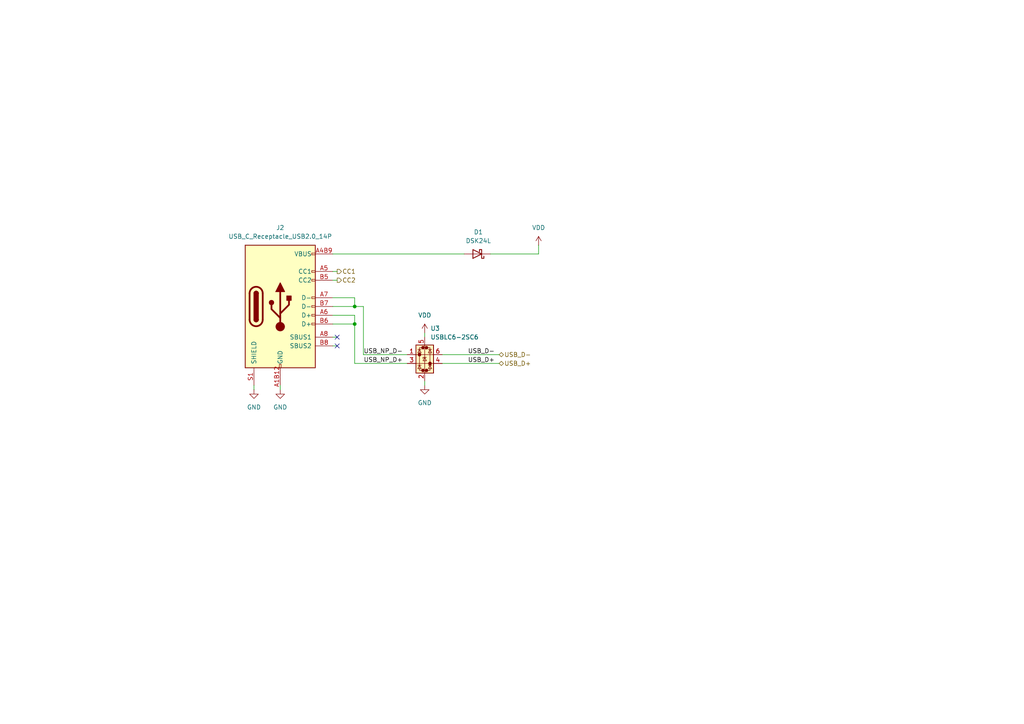
<source format=kicad_sch>
(kicad_sch (version 20250114) (generator "eeschema") (generator_version "9.0")
  (paper "A4")
  (lib_symbols
    (symbol "Connector:USB_C_Receptacle_USB2.0_14P" (pin_names (offset 1.016))
      (property "Reference" "J2" (at 0 22.86 0))
      (property "Value" "USB_C_Receptacle_USB2.0_14P" (at 0 20.32 0))
      (symbol "USB_C_Receptacle_USB2.0_14P_0_0"
        (rectangle (start -0.254 -16.764) (end 0.254 -17.78))
        (rectangle (start 9.144 -4.826) (end 10.16 -5.334))
        (rectangle (start 10.16 15.494) (end 9.144 14.986))
        (rectangle (start 10.16 10.414) (end 9.144 9.906))
        (rectangle (start 10.16 7.874) (end 9.144 7.366))
        (rectangle (start 10.16 2.794) (end 9.144 2.286))
        (rectangle (start 10.16 0.254) (end 9.144 -0.254))
        (rectangle (start 10.16 -2.286) (end 9.144 -2.794))
      )
      (symbol "USB_C_Receptacle_USB2.0_14P_0_1"
        (rectangle (start -10.16 17.78) (end 10.16 -17.78) (stroke (width 0.254)) (fill (type background)))
        (polyline (pts (xy -8.89 -3.81) (xy -8.89 3.81)) (stroke (width 0.508)))
        (rectangle (start -7.62 -3.81) (end -6.35 3.81) (stroke (width 0.254)) (fill (type outline)))
        (arc (start -7.62 3.81) (mid -6.985 4.4423) (end -6.35 3.81) (stroke (width 0.254)))
        (arc (start -7.62 3.81) (mid -6.985 4.4423) (end -6.35 3.81) (stroke (width 0.254)) (fill (type outline)))
        (arc (start -8.89 3.81) (mid -6.985 5.7067) (end -5.08 3.81) (stroke (width 0.508)))
        (arc (start -5.08 -3.81) (mid -6.985 -5.7067) (end -8.89 -3.81) (stroke (width 0.508)))
        (arc (start -6.35 -3.81) (mid -6.985 -4.4423) (end -7.62 -3.81) (stroke (width 0.254)))
        (arc (start -6.35 -3.81) (mid -6.985 -4.4423) (end -7.62 -3.81) (stroke (width 0.254)) (fill (type outline)))
        (polyline (pts (xy -5.08 3.81) (xy -5.08 -3.81)) (stroke (width 0.508)))
        (circle (center -2.54 1.143) (radius 0.635) (stroke (width 0.254)) (fill (type outline)))
        (polyline (pts (xy -1.27 4.318) (xy 0 6.858) (xy 1.27 4.318) (xy -1.27 4.318)) (stroke (width 0.254)) (fill (type outline)))
        (polyline (pts (xy 0 -2.032) (xy 2.54 0.508) (xy 2.54 1.778)) (stroke (width 0.508)))
        (polyline (pts (xy 0 -3.302) (xy -2.54 -0.762) (xy -2.54 0.508)) (stroke (width 0.508)))
        (polyline (pts (xy 0 -5.842) (xy 0 4.318)) (stroke (width 0.508)))
        (circle (center 0 -5.842) (radius 1.27) (fill (type outline)))
        (rectangle (start 1.905 1.778) (end 3.175 3.048) (stroke (width 0.254)) (fill (type outline)))
      )
      (symbol "USB_C_Receptacle_USB2.0_14P_1_1"
        (pin passive line (at -7.62 -22.86 90) (length 5.08) (name "SHIELD") (number "S1"))
        (pin passive line (at 0 -22.86 90) (length 5.08) (name "GND") (number "A1B12"))
        (pin passive line (at 0 -22.86 90) (length 5.08) (hide yes) (name "GND") (number "B1A12"))
        (pin passive line (at 15.24 15.24 180) (length 5.08) (name "VBUS") (number "A4B9"))
        (pin passive line (at 15.24 15.24 180) (length 5.08) (hide yes) (name "VBUS") (number "B4A9"))
        (pin bidirectional line (at 15.24 10.16 180) (length 5.08) (name "CC1") (number "A5"))
        (pin bidirectional line (at 15.24 7.62 180) (length 5.08) (name "CC2") (number "B5"))
        (pin bidirectional line (at 15.24 2.54 180) (length 5.08) (name "D-") (number "A7"))
        (pin bidirectional line (at 15.24 0 180) (length 5.08) (name "D-") (number "B7"))
        (pin bidirectional line (at 15.24 -2.54 180) (length 5.08) (name "D+") (number "A6"))
        (pin bidirectional line (at 15.24 -5.08 180) (length 5.08) (name "D+") (number "B6"))
        (pin passive line (at 15.24 -8.89 180) (length 5.08) (name "SBUS1") (number "A8"))
        (pin passive line (at 15.24 -11.43 180) (length 5.08) (name "SBUS2") (number "B8"))
      )
    )
    (symbol "Device:D_Schottky" (pin_numbers (hide yes)) (pin_names (offset 1.016) (hide yes))
      (property "Reference" "D" (at 0 2.54 0))
      (property "Value" "D_Schottky" (at 0 -2.54 0))
      (symbol "D_Schottky_0_1"
        (polyline (pts (xy -1.905 0.635) (xy -1.905 1.27) (xy -1.27 1.27) (xy -1.27 -1.27) (xy -0.635 -1.27) (xy -0.635 -0.635)) (stroke (width 0.254)))
        (polyline (pts (xy 1.27 1.27) (xy 1.27 -1.27) (xy -1.27 0) (xy 1.27 1.27)) (stroke (width 0.254)))
        (polyline (pts (xy 1.27 0) (xy -1.27 0)))
      )
      (symbol "D_Schottky_1_1"
        (pin passive line (at -3.81 0 0) (length 2.54) (name "K") (number "1"))
        (pin passive line (at 3.81 0 180) (length 2.54) (name "A") (number "2"))
      )
    )
    (symbol "Power_Protection:USBLC6-2SC6" (pin_names (hide yes))
      (property "Reference" "U" (at 0.635 5.715 0))
      (property "Value" "USBLC6-2SC6" (at 0.635 3.81 0))
      (symbol "USBLC6-2SC6_0_0"
        (circle (center -1.524 0) (radius 0.0001) (stroke (width 0.508)))
        (circle (center -0.508 2.032) (radius 0.0001) (stroke (width 0.508)))
        (circle (center -0.508 -4.572) (radius 0.0001) (stroke (width 0.508)))
        (circle (center 0.508 2.032) (radius 0.0001) (stroke (width 0.508)))
        (circle (center 0.508 -4.572) (radius 0.0001) (stroke (width 0.508)))
        (circle (center 1.524 -2.54) (radius 0.0001) (stroke (width 0.508)))
      )
      (symbol "USBLC6-2SC6_0_1"
        (polyline (pts (xy -2.54 0) (xy 2.54 0)))
        (polyline (pts (xy -2.54 -2.54) (xy 2.54 -2.54)))
        (polyline (pts (xy -2.032 0.508) (xy -1.016 0.508) (xy -1.524 1.524) (xy -2.032 0.508)))
        (polyline (pts (xy -2.032 -3.048) (xy -1.016 -3.048)))
        (polyline (pts (xy -1.016 1.524) (xy -2.032 1.524)))
        (polyline (pts (xy -1.016 -4.064) (xy -2.032 -4.064) (xy -1.524 -3.048) (xy -1.016 -4.064)))
        (polyline (pts (xy -0.508 -1.143) (xy -0.508 -0.762) (xy 0.508 -0.762)))
        (polyline (pts (xy 0 2.54) (xy -0.508 2.032) (xy 0.508 2.032) (xy 0 1.524) (xy 0 -4.064) (xy -0.508 -4.572) (xy 0.508 -4.572) (xy 0 -5.08)))
        (polyline (pts (xy 0.508 -1.778) (xy -0.508 -1.778) (xy 0 -0.762) (xy 0.508 -1.778)))
        (polyline (pts (xy 1.016 1.524) (xy 2.032 1.524)))
        (polyline (pts (xy 1.016 -3.048) (xy 2.032 -3.048)))
        (polyline (pts (xy 2.032 0.508) (xy 1.016 0.508) (xy 1.524 1.524) (xy 2.032 0.508)))
        (polyline (pts (xy 2.032 -4.064) (xy 1.016 -4.064) (xy 1.524 -3.048) (xy 2.032 -4.064)))
      )
      (symbol "USBLC6-2SC6_1_1"
        (rectangle (start -2.54 2.794) (end 2.54 -5.334) (stroke (width 0.254)) (fill (type background)))
        (polyline (pts (xy -0.508 2.032) (xy -1.524 2.032) (xy -1.524 -4.572) (xy -0.508 -4.572)))
        (polyline (pts (xy 0.508 -4.572) (xy 1.524 -4.572) (xy 1.524 2.032) (xy 0.508 2.032)))
        (pin passive line (at -5.08 0 0) (length 2.54) (name "I/O1") (number "1"))
        (pin passive line (at -5.08 -2.54 0) (length 2.54) (name "I/O2") (number "3"))
        (pin passive line (at 0 5.08 270) (length 2.54) (name "VBUS") (number "5"))
        (pin passive line (at 0 -7.62 90) (length 2.54) (name "GND") (number "2"))
        (pin passive line (at 5.08 0 180) (length 2.54) (name "I/O1") (number "6"))
        (pin passive line (at 5.08 -2.54 180) (length 2.54) (name "I/O2") (number "4"))
      )
    )
    (symbol "power:GND" (power) (pin_numbers (hide yes)) (pin_names (offset 0) (hide yes))
      (property "Value" "GND" (at 0 -3.81 0))
      (symbol "GND_0_1"
        (polyline (pts (xy 0 0) (xy 0 -1.27) (xy 1.27 -1.27) (xy 0 -2.54) (xy -1.27 -1.27) (xy 0 -1.27)))
      )
      (symbol "GND_1_1"
        (pin power_in line (at 0 0 270) (length 0) (name "~") (number "1"))
      )
    )
    (symbol "power:VDD" (power) (pin_numbers (hide yes)) (pin_names (offset 0) (hide yes))
      (property "Value" "VDD" (at 0 3.556 0))
      (symbol "VDD_0_1"
        (polyline (pts (xy -0.762 1.27) (xy 0 2.54)))
        (polyline (pts (xy 0 2.54) (xy 0.762 1.27)))
        (polyline (pts (xy 0 0) (xy 0 2.54)))
      )
      (symbol "VDD_1_1"
        (pin power_in line (at 0 0 90) (length 0) (name "~") (number "1"))
      )
    )
  )
  (junction (at 102.87 88.9))
  (junction (at 102.87 93.98))
  (no_connect (at 97.79 100.33))
  (no_connect (at 97.79 97.79))
  (wire (pts (xy 102.87 91.44) (xy 102.87 93.98)))
  (wire (pts (xy 156.21 73.66) (xy 156.21 71.12)))
  (wire (pts (xy 102.87 93.98) (xy 102.87 105.41)))
  (wire (pts (xy 123.19 111.76) (xy 123.19 110.49)))
  (wire (pts (xy 96.52 97.79) (xy 97.79 97.79)))
  (wire (pts (xy 96.52 81.28) (xy 97.79 81.28)))
  (wire (pts (xy 102.87 105.41) (xy 118.11 105.41)))
  (wire (pts (xy 96.52 78.74) (xy 97.79 78.74)))
  (wire (pts (xy 105.41 102.87) (xy 118.11 102.87)))
  (wire (pts (xy 128.27 102.87) (xy 144.78 102.87)))
  (wire (pts (xy 96.52 73.66) (xy 134.62 73.66)))
  (wire (pts (xy 123.19 96.52) (xy 123.19 97.79)))
  (wire (pts (xy 102.87 86.36) (xy 102.87 88.9)))
  (wire (pts (xy 81.28 113.03) (xy 81.28 111.76)))
  (wire (pts (xy 96.52 91.44) (xy 102.87 91.44)))
  (wire (pts (xy 96.52 88.9) (xy 102.87 88.9)))
  (wire (pts (xy 96.52 100.33) (xy 97.79 100.33)))
  (wire (pts (xy 105.41 88.9) (xy 102.87 88.9)))
  (wire (pts (xy 96.52 93.98) (xy 102.87 93.98)))
  (wire (pts (xy 105.41 102.87) (xy 105.41 88.9)))
  (wire (pts (xy 142.24 73.66) (xy 156.21 73.66)))
  (wire (pts (xy 96.52 86.36) (xy 102.87 86.36)))
  (wire (pts (xy 128.27 105.41) (xy 144.78 105.41)))
  (wire (pts (xy 73.66 113.03) (xy 73.66 111.76)))
  (label "USB_NP_D+" (at 116.84 105.41 180))
  (label "USB_NP_D-" (at 116.84 102.87 180))
  (label "USB_D+" (at 143.51 105.41 180))
  (label "USB_D-" (at 143.51 102.87 180))
  (hierarchical_label "USB_D+" (shape bidirectional) (at 144.78 105.41 0))
  (hierarchical_label "CC1" (shape output) (at 97.79 78.74 0))
  (hierarchical_label "CC2" (shape output) (at 97.79 81.28 0))
  (hierarchical_label "USB_D-" (shape bidirectional) (at 144.78 102.87 0))
  (symbol (lib_id "power:GND") (at 81.28 113.03 0) (unit 1)
    (property "Reference" "#PWR029" (effects (hide yes)))
    (property "Value" "GND" (at 81.28 118.11 0))
    (property "Description" "Power symbol creates a global label with name \"GND\" , ground" (effects (hide yes)))
  )
  (symbol (lib_id "power:VDD") (at 156.21 71.12 0) (unit 1)
    (property "Reference" "#PWR023" (effects (hide yes)))
    (property "Value" "VDD" (at 156.21 66.04 0))
    (property "Description" "Power symbol creates a global label with name \"VDD\"" (effects (hide yes)))
  )
  (symbol (lib_id "Power_Protection:USBLC6-2SC6") (at 123.19 102.87 0) (unit 1)
    (property "Reference" "U3" (at 124.8411 95.25 0) (effects (justify left)))
    (property "Value" "USBLC6-2SC6" (at 124.8411 97.79 0) (effects (justify left)))
    (property "Footprint" "Package_TO_SOT_SMD:SOT-23-6" (effects (hide yes)))
    (property "Datasheet" "https://www.st.com/resource/en/datasheet/usblc6-2.pdf" (effects (hide yes)))
    (property "Description" "Very low capacitance ESD protection diode, 2 data-line, SOT-23-6" (effects (hide yes)))
  )
  (symbol (lib_id "power:VDD") (at 123.19 96.52 0) (unit 1)
    (property "Reference" "#PWR026" (effects (hide yes)))
    (property "Value" "VDD" (at 123.19 91.44 0))
    (property "Description" "Power symbol creates a global label with name \"VDD\"" (effects (hide yes)))
  )
  (symbol (lib_id "power:GND") (at 73.66 113.03 0) (unit 1)
    (property "Reference" "#PWR028" (effects (hide yes)))
    (property "Value" "GND" (at 73.66 118.11 0))
    (property "Description" "Power symbol creates a global label with name \"GND\" , ground" (effects (hide yes)))
  )
  (symbol (lib_id "Connector:USB_C_Receptacle_USB2.0_14P") (at 81.28 88.9 0) (unit 1)
    (property "Reference" "J2" (at 81.28 66.04 0))
    (property "Value" "USB_C_Receptacle_USB2.0_14P" (at 81.28 68.58 0))
    (property "Footprint" "LCSC:USB-C_SMD-TYPE-C-31-M-12_1" (effects (hide yes)))
    (property "Datasheet" "https://www.usb.org/sites/default/files/documents/usb_type-c.zip" (effects (hide yes)))
    (property "Description" "USB 2.0-only 14P Type-C Receptacle connector" (effects (hide yes)))
  )
  (symbol (lib_id "power:GND") (at 123.19 111.76 0) (unit 1)
    (property "Reference" "#PWR027" (effects (hide yes)))
    (property "Value" "GND" (at 123.19 116.84 0))
    (property "Description" "Power symbol creates a global label with name \"GND\" , ground" (effects (hide yes)))
  )
  (symbol (lib_id "Device:D_Schottky") (at 138.43 73.66 180) (unit 1)
    (property "Reference" "D1" (at 138.7475 67.31 0))
    (property "Value" "DSK24L" (at 138.7475 69.85 0))
    (property "Footprint" "Diode_SMD:D_SOD-123F" (effects (hide yes)))
    (property "Description" "Schottky diode" (effects (hide yes)))
  )
)
</source>
